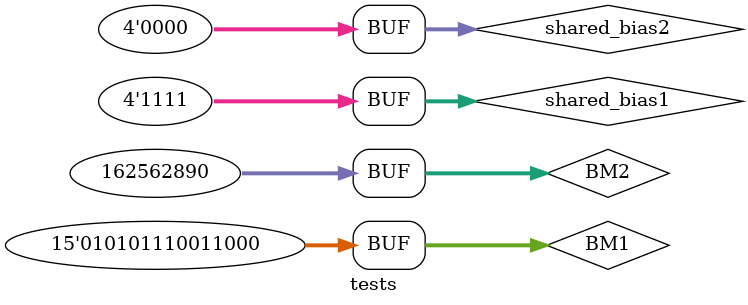
<source format=v>
`timescale 1ns / 1ps


    
//    BM_multiplier #(.e(e), .m(m)) BM_mul (
//    .BM1(BM1),
//    .BM2(BM2),
//    .result(result)
//    );
    
//endmodule


module tests;
    // for normalization
    localparam e=4, m=10;
    localparam E=8, M=23;
//    localparam E=8, M=23;
    localparam bm1_size = 1+e+m, bm2_size = 1+E+M;
    reg [bm1_size-1:0] BM1 = 15'b010101110011000;
    reg [bm2_size-1:0] BM2 = 32'b00001001101100001000001101001010;
    reg signed [e-1:0] shared_bias1 = -1;
    reg signed [e-1:0] shared_bias2 = 0;
    wire [bm2_size-1:0] Mor_bm1, Mor_bm2;
    
    normalization #(.e(e), .m(m), .E(E), .M(M)) Mor1 (
    .in1(BM1),
    .in2(BM2),
    .shared_bias1(shared_bias1), 
    .shared_bias2(shared_bias2),
    .out1(Mor_bm1),
    .out2(Mor_bm2)
    );
    
endmodule

//module tests;
//    // for adder
//    localparam BM_size = 15, e = 4;
//    localparam m = BM_size - e - 1;
//    localparam Sum_size = 15, E = 4;
//    localparam M = BM_size - e - 1;
    
//    // test one: a normal test, to see if it can work correctly
//    reg [BM_size-1:0] BM1 = 15'b101111001001100;
//    reg [BM_size-1:0] BM2 = 15'b101111010100011;
//    wire [Sum_size-1:0] sum;
//    wire FLAG_exp_overflow;
    
//    BM_adder #(.BM_size(BM_size),.e(e), .m(m), .Sum_size(Sum_size), .E(E), .M(M)) Adder1 (
//    .BM1(BM1),
//    .BM2(BM2),
//    .Sum(sum),
//    .FLAG_Exponent_overflow(FLAG_exp_overflow)
//    );
    
//endmodule

//module tests;
//    // for BM_multiplier
//    localparam e = 3, m = 4;
//    localparam BM_size = 1 + e + m;
    
//    // test one: a normal test, to see if it can work correctly
//    reg [BM_size-1:0] BM1 = 8'b10110101;
//    reg [BM_size-1:0] BM2 = 8'b00110010;
//    wire [2*m+e+3:0] result;
//    wire FLAG_exp_overflow;
    
//    BM_multiplier #(.e(e), .m(m)) BMM (.BM1(BM1), .BM2(BM2), .result(result), .exp_overflow(FLAG_exp_overflow));
    
//endmodule
</source>
